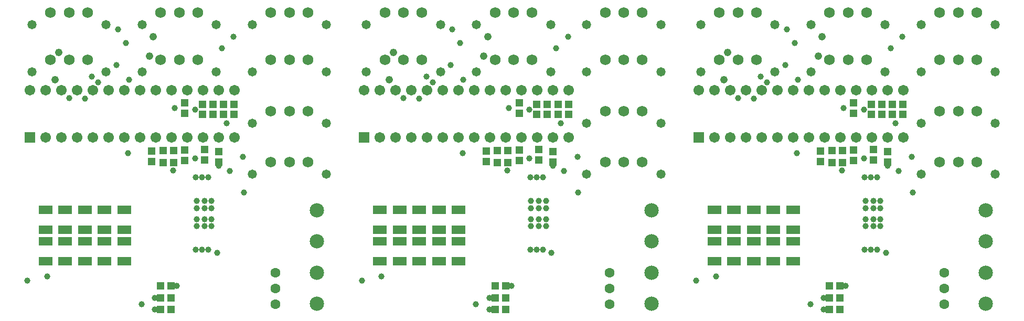
<source format=gbs>
G75*
%MOIN*%
%OFA0B0*%
%FSLAX24Y24*%
%IPPOS*%
%LPD*%
%AMOC8*
5,1,8,0,0,1.08239X$1,22.5*
%
%ADD10C,0.0630*%
%ADD11C,0.0907*%
%ADD12R,0.0513X0.0474*%
%ADD13R,0.0474X0.0513*%
%ADD14R,0.0674X0.0674*%
%ADD15C,0.0674*%
%ADD16C,0.0580*%
%ADD17C,0.0680*%
%ADD18R,0.0867X0.0552*%
%ADD19C,0.0390*%
%ADD20C,0.0476*%
D10*
X026693Y008143D03*
X026693Y009143D03*
X026693Y010143D03*
X047943Y010143D03*
X047943Y009143D03*
X047943Y008143D03*
X069193Y008143D03*
X069193Y009143D03*
X069193Y010143D03*
D11*
X071835Y010146D03*
X071835Y008178D03*
X071835Y012128D03*
X071835Y014096D03*
X050585Y014096D03*
X050585Y012128D03*
X050585Y010146D03*
X050585Y008178D03*
X029335Y008178D03*
X029335Y010146D03*
X029335Y012128D03*
X029335Y014096D03*
D12*
X020227Y017143D03*
X019558Y017143D03*
X019558Y017893D03*
X020227Y017893D03*
X022058Y020193D03*
X022727Y020193D03*
X023408Y020193D03*
X024077Y020193D03*
X024077Y020843D03*
X023408Y020843D03*
X022727Y020843D03*
X022058Y020843D03*
X040808Y017893D03*
X041477Y017893D03*
X041477Y017143D03*
X040808Y017143D03*
X043308Y020193D03*
X043977Y020193D03*
X044658Y020193D03*
X045327Y020193D03*
X045327Y020843D03*
X044658Y020843D03*
X043977Y020843D03*
X043308Y020843D03*
X062058Y017893D03*
X062727Y017893D03*
X062727Y017143D03*
X062058Y017143D03*
X064558Y020193D03*
X065227Y020193D03*
X065908Y020193D03*
X066577Y020193D03*
X066577Y020843D03*
X065908Y020843D03*
X065227Y020843D03*
X064558Y020843D03*
X062577Y009293D03*
X061908Y009293D03*
X061908Y008543D03*
X062577Y008543D03*
X062577Y007793D03*
X061908Y007793D03*
X041327Y007793D03*
X040658Y007793D03*
X040658Y008543D03*
X041327Y008543D03*
X041327Y009293D03*
X040658Y009293D03*
X020077Y009293D03*
X019408Y009293D03*
X019408Y008543D03*
X020077Y008543D03*
X020077Y007793D03*
X019408Y007793D03*
D13*
X018843Y017209D03*
X018843Y017878D03*
X020943Y017928D03*
X020943Y017259D03*
X022193Y017309D03*
X023093Y017159D03*
X023093Y017828D03*
X022193Y017978D03*
X020943Y020259D03*
X020943Y020928D03*
X040093Y017878D03*
X040093Y017209D03*
X042193Y017259D03*
X042193Y017928D03*
X043443Y017978D03*
X044343Y017828D03*
X044343Y017159D03*
X043443Y017309D03*
X042193Y020259D03*
X042193Y020928D03*
X061343Y017878D03*
X061343Y017209D03*
X063443Y017259D03*
X063443Y017928D03*
X064693Y017978D03*
X065593Y017828D03*
X065593Y017159D03*
X064693Y017309D03*
X063443Y020259D03*
X063443Y020928D03*
D14*
X053593Y018743D03*
X032343Y018743D03*
X011093Y018743D03*
D15*
X012093Y018743D03*
X013093Y018743D03*
X014093Y018743D03*
X015093Y018743D03*
X016093Y018743D03*
X017093Y018743D03*
X018093Y018743D03*
X019093Y018743D03*
X020093Y018743D03*
X021093Y018743D03*
X022093Y018743D03*
X023093Y018743D03*
X024093Y018743D03*
X024093Y021743D03*
X023093Y021743D03*
X022093Y021743D03*
X021093Y021743D03*
X020093Y021743D03*
X019093Y021743D03*
X018093Y021743D03*
X017093Y021743D03*
X016093Y021743D03*
X015093Y021743D03*
X014093Y021743D03*
X013093Y021743D03*
X012093Y021743D03*
X011093Y021743D03*
X032343Y021743D03*
X033343Y021743D03*
X034343Y021743D03*
X035343Y021743D03*
X036343Y021743D03*
X037343Y021743D03*
X038343Y021743D03*
X039343Y021743D03*
X040343Y021743D03*
X041343Y021743D03*
X042343Y021743D03*
X043343Y021743D03*
X044343Y021743D03*
X045343Y021743D03*
X045343Y018743D03*
X044343Y018743D03*
X043343Y018743D03*
X042343Y018743D03*
X041343Y018743D03*
X040343Y018743D03*
X039343Y018743D03*
X038343Y018743D03*
X037343Y018743D03*
X036343Y018743D03*
X035343Y018743D03*
X034343Y018743D03*
X033343Y018743D03*
X053593Y021743D03*
X054593Y021743D03*
X055593Y021743D03*
X056593Y021743D03*
X057593Y021743D03*
X058593Y021743D03*
X059593Y021743D03*
X060593Y021743D03*
X061593Y021743D03*
X062593Y021743D03*
X063593Y021743D03*
X064593Y021743D03*
X065593Y021743D03*
X066593Y021743D03*
X066593Y018743D03*
X065593Y018743D03*
X064593Y018743D03*
X063593Y018743D03*
X062593Y018743D03*
X061593Y018743D03*
X060593Y018743D03*
X059593Y018743D03*
X058593Y018743D03*
X057593Y018743D03*
X056593Y018743D03*
X055593Y018743D03*
X054593Y018743D03*
D16*
X051193Y019643D03*
X046473Y019643D03*
X046473Y022893D03*
X044193Y022893D03*
X039473Y022893D03*
X037193Y022893D03*
X032473Y022893D03*
X029943Y022893D03*
X025223Y022893D03*
X022943Y022893D03*
X018223Y022893D03*
X015943Y022893D03*
X011223Y022893D03*
X011223Y025893D03*
X015943Y025893D03*
X018223Y025893D03*
X022943Y025893D03*
X025223Y025893D03*
X029943Y025893D03*
X032473Y025893D03*
X037193Y025893D03*
X039473Y025893D03*
X044193Y025893D03*
X046473Y025893D03*
X051193Y025893D03*
X053723Y025893D03*
X058443Y025893D03*
X060723Y025893D03*
X065443Y025893D03*
X067723Y025893D03*
X072443Y025893D03*
X072443Y022893D03*
X067723Y022893D03*
X065443Y022893D03*
X060723Y022893D03*
X058443Y022893D03*
X053723Y022893D03*
X051193Y022893D03*
X067723Y019643D03*
X072443Y019643D03*
X072443Y016393D03*
X067723Y016393D03*
X051193Y016393D03*
X046473Y016393D03*
X029943Y016393D03*
X025223Y016393D03*
X025223Y019643D03*
X029943Y019643D03*
D17*
X028763Y020413D03*
X027583Y020413D03*
X026403Y020413D03*
X026403Y017163D03*
X027583Y017163D03*
X028763Y017163D03*
X028763Y023663D03*
X027583Y023663D03*
X026403Y023663D03*
X021763Y023663D03*
X020583Y023663D03*
X019403Y023663D03*
X014763Y023663D03*
X013583Y023663D03*
X012403Y023663D03*
X012403Y026663D03*
X013583Y026663D03*
X014763Y026663D03*
X019403Y026663D03*
X020583Y026663D03*
X021763Y026663D03*
X026403Y026663D03*
X027583Y026663D03*
X028763Y026663D03*
X033653Y026663D03*
X034833Y026663D03*
X036013Y026663D03*
X040653Y026663D03*
X041833Y026663D03*
X043013Y026663D03*
X047653Y026663D03*
X048833Y026663D03*
X050013Y026663D03*
X054903Y026663D03*
X056083Y026663D03*
X057263Y026663D03*
X061903Y026663D03*
X063083Y026663D03*
X064263Y026663D03*
X068903Y026663D03*
X070083Y026663D03*
X071263Y026663D03*
X071263Y023663D03*
X070083Y023663D03*
X068903Y023663D03*
X064263Y023663D03*
X063083Y023663D03*
X061903Y023663D03*
X057263Y023663D03*
X056083Y023663D03*
X054903Y023663D03*
X050013Y023663D03*
X048833Y023663D03*
X047653Y023663D03*
X043013Y023663D03*
X041833Y023663D03*
X040653Y023663D03*
X036013Y023663D03*
X034833Y023663D03*
X033653Y023663D03*
X047653Y020413D03*
X048833Y020413D03*
X050013Y020413D03*
X050013Y017163D03*
X048833Y017163D03*
X047653Y017163D03*
X068903Y017163D03*
X070083Y017163D03*
X071263Y017163D03*
X071263Y020413D03*
X070083Y020413D03*
X068903Y020413D03*
D18*
X059593Y014123D03*
X058343Y014123D03*
X057093Y014123D03*
X055843Y014123D03*
X054593Y014123D03*
X054593Y012863D03*
X055843Y012863D03*
X057093Y012863D03*
X058343Y012863D03*
X059593Y012863D03*
X059593Y012123D03*
X058343Y012123D03*
X057093Y012123D03*
X055843Y012123D03*
X054593Y012123D03*
X054593Y010863D03*
X055843Y010863D03*
X057093Y010863D03*
X058343Y010863D03*
X059593Y010863D03*
X038343Y010863D03*
X037093Y010863D03*
X035843Y010863D03*
X034593Y010863D03*
X033343Y010863D03*
X033343Y012123D03*
X034593Y012123D03*
X035843Y012123D03*
X037093Y012123D03*
X038343Y012123D03*
X038343Y012863D03*
X037093Y012863D03*
X035843Y012863D03*
X034593Y012863D03*
X033343Y012863D03*
X033343Y014123D03*
X034593Y014123D03*
X035843Y014123D03*
X037093Y014123D03*
X038343Y014123D03*
X017093Y014123D03*
X015843Y014123D03*
X014593Y014123D03*
X013343Y014123D03*
X012093Y014123D03*
X012093Y012863D03*
X013343Y012863D03*
X014593Y012863D03*
X015843Y012863D03*
X017093Y012863D03*
X017093Y012123D03*
X015843Y012123D03*
X014593Y012123D03*
X013343Y012123D03*
X012093Y012123D03*
X012093Y010863D03*
X013343Y010863D03*
X014593Y010863D03*
X015843Y010863D03*
X017093Y010863D03*
D19*
X019043Y007793D03*
X018193Y008143D03*
X019043Y008543D03*
X020443Y009293D03*
X021643Y011593D03*
X022043Y011593D03*
X022443Y011593D03*
X022993Y011393D03*
X022643Y013093D03*
X022193Y013093D03*
X022193Y013543D03*
X022643Y013543D03*
X021693Y013543D03*
X021693Y013093D03*
X021693Y014243D03*
X021693Y014693D03*
X022193Y014693D03*
X022193Y014243D03*
X022643Y014243D03*
X022643Y014693D03*
X024693Y015243D03*
X022443Y016193D03*
X022043Y016193D03*
X021643Y016193D03*
X020193Y016643D03*
X021593Y017393D03*
X023093Y016943D03*
X023793Y016593D03*
X024643Y017493D03*
X023593Y019643D03*
X021593Y020493D03*
X020293Y020593D03*
X023443Y020793D03*
X017393Y022393D03*
X015443Y022243D03*
X015043Y022593D03*
X016593Y023343D03*
X017193Y024743D03*
X016693Y025593D03*
X023293Y024393D03*
X024043Y025143D03*
X014593Y021193D03*
X013593Y021243D03*
X017343Y017743D03*
X034843Y021243D03*
X035843Y021193D03*
X036693Y022243D03*
X036293Y022593D03*
X037843Y023343D03*
X038643Y022393D03*
X041543Y020593D03*
X042843Y020493D03*
X044693Y020793D03*
X044843Y019643D03*
X045893Y017493D03*
X044343Y016943D03*
X045043Y016593D03*
X043693Y016193D03*
X043293Y016193D03*
X042893Y016193D03*
X041443Y016643D03*
X042843Y017393D03*
X038593Y017743D03*
X045943Y015243D03*
X043893Y014693D03*
X043893Y014243D03*
X043443Y014243D03*
X043443Y014693D03*
X042943Y014693D03*
X042943Y014243D03*
X042943Y013543D03*
X042943Y013093D03*
X043443Y013093D03*
X043893Y013093D03*
X043893Y013543D03*
X043443Y013543D03*
X043293Y011593D03*
X043693Y011593D03*
X044243Y011393D03*
X042893Y011593D03*
X041693Y009293D03*
X040293Y008543D03*
X039443Y008143D03*
X040293Y007793D03*
X033443Y009893D03*
X032193Y009643D03*
X012193Y009893D03*
X010943Y009643D03*
X044543Y024393D03*
X045293Y025143D03*
X038443Y024743D03*
X037943Y025593D03*
X056093Y021243D03*
X057093Y021193D03*
X057943Y022243D03*
X057543Y022593D03*
X059093Y023343D03*
X059893Y022393D03*
X062793Y020593D03*
X064093Y020493D03*
X065943Y020793D03*
X066093Y019643D03*
X067143Y017493D03*
X065593Y016943D03*
X066293Y016593D03*
X064943Y016193D03*
X064543Y016193D03*
X064143Y016193D03*
X062693Y016643D03*
X064093Y017393D03*
X059843Y017743D03*
X067193Y015243D03*
X065143Y014693D03*
X065143Y014243D03*
X064693Y014243D03*
X064693Y014693D03*
X064193Y014693D03*
X064193Y014243D03*
X064193Y013543D03*
X064193Y013093D03*
X064693Y013093D03*
X065143Y013093D03*
X065143Y013543D03*
X064693Y013543D03*
X064543Y011593D03*
X064943Y011593D03*
X065493Y011393D03*
X064143Y011593D03*
X062943Y009293D03*
X061543Y008543D03*
X060693Y008143D03*
X061543Y007793D03*
X054693Y009893D03*
X053443Y009643D03*
X065793Y024393D03*
X066543Y025143D03*
X059693Y024743D03*
X059193Y025593D03*
D20*
X061443Y025143D03*
X061193Y023893D03*
X055443Y024143D03*
X055193Y022393D03*
X040193Y025143D03*
X039943Y023893D03*
X034193Y024143D03*
X033943Y022393D03*
X018943Y025143D03*
X018693Y023893D03*
X012943Y024143D03*
X012693Y022393D03*
M02*

</source>
